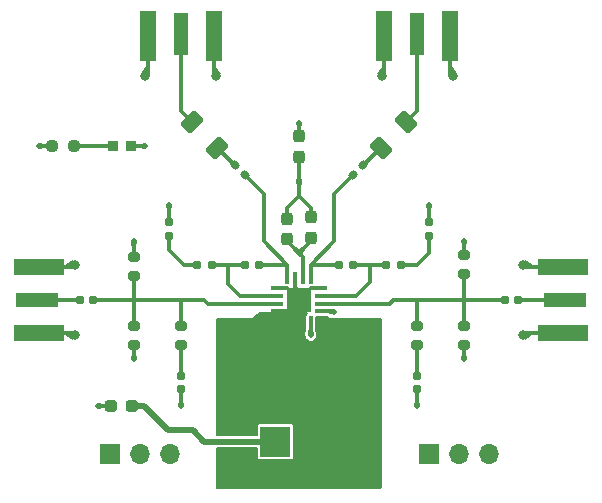
<source format=gbr>
%TF.GenerationSoftware,KiCad,Pcbnew,8.0.2*%
%TF.CreationDate,2025-01-11T01:17:19-03:00*%
%TF.ProjectId,LumiCom_Transmitter,4c756d69-436f-46d5-9f54-72616e736d69,rev?*%
%TF.SameCoordinates,Original*%
%TF.FileFunction,Copper,L1,Top*%
%TF.FilePolarity,Positive*%
%FSLAX46Y46*%
G04 Gerber Fmt 4.6, Leading zero omitted, Abs format (unit mm)*
G04 Created by KiCad (PCBNEW 8.0.2) date 2025-01-11 01:17:19*
%MOMM*%
%LPD*%
G01*
G04 APERTURE LIST*
G04 Aperture macros list*
%AMRoundRect*
0 Rectangle with rounded corners*
0 $1 Rounding radius*
0 $2 $3 $4 $5 $6 $7 $8 $9 X,Y pos of 4 corners*
0 Add a 4 corners polygon primitive as box body*
4,1,4,$2,$3,$4,$5,$6,$7,$8,$9,$2,$3,0*
0 Add four circle primitives for the rounded corners*
1,1,$1+$1,$2,$3*
1,1,$1+$1,$4,$5*
1,1,$1+$1,$6,$7*
1,1,$1+$1,$8,$9*
0 Add four rect primitives between the rounded corners*
20,1,$1+$1,$2,$3,$4,$5,0*
20,1,$1+$1,$4,$5,$6,$7,0*
20,1,$1+$1,$6,$7,$8,$9,0*
20,1,$1+$1,$8,$9,$2,$3,0*%
G04 Aperture macros list end*
%TA.AperFunction,SMDPad,CuDef*%
%ADD10RoundRect,0.155000X-0.040659X-0.259862X0.259862X0.040659X0.040659X0.259862X-0.259862X-0.040659X0*%
%TD*%
%TA.AperFunction,SMDPad,CuDef*%
%ADD11RoundRect,0.160000X-0.197500X-0.160000X0.197500X-0.160000X0.197500X0.160000X-0.197500X0.160000X0*%
%TD*%
%TA.AperFunction,SMDPad,CuDef*%
%ADD12RoundRect,0.155000X0.259862X-0.040659X-0.040659X0.259862X-0.259862X0.040659X0.040659X-0.259862X0*%
%TD*%
%TA.AperFunction,SMDPad,CuDef*%
%ADD13R,3.600000X1.270000*%
%TD*%
%TA.AperFunction,SMDPad,CuDef*%
%ADD14R,4.200000X1.350000*%
%TD*%
%TA.AperFunction,SMDPad,CuDef*%
%ADD15RoundRect,0.200000X-0.275000X0.200000X-0.275000X-0.200000X0.275000X-0.200000X0.275000X0.200000X0*%
%TD*%
%TA.AperFunction,ComponentPad*%
%ADD16R,1.700000X1.700000*%
%TD*%
%TA.AperFunction,ComponentPad*%
%ADD17O,1.700000X1.700000*%
%TD*%
%TA.AperFunction,SMDPad,CuDef*%
%ADD18RoundRect,0.237500X0.250000X0.237500X-0.250000X0.237500X-0.250000X-0.237500X0.250000X-0.237500X0*%
%TD*%
%TA.AperFunction,SMDPad,CuDef*%
%ADD19RoundRect,0.237500X0.237500X-0.300000X0.237500X0.300000X-0.237500X0.300000X-0.237500X-0.300000X0*%
%TD*%
%TA.AperFunction,SMDPad,CuDef*%
%ADD20RoundRect,0.155000X-0.155000X0.212500X-0.155000X-0.212500X0.155000X-0.212500X0.155000X0.212500X0*%
%TD*%
%TA.AperFunction,SMDPad,CuDef*%
%ADD21RoundRect,0.087500X-0.425000X-0.087500X0.425000X-0.087500X0.425000X0.087500X-0.425000X0.087500X0*%
%TD*%
%TA.AperFunction,SMDPad,CuDef*%
%ADD22RoundRect,0.087500X-0.087500X-0.425000X0.087500X-0.425000X0.087500X0.425000X-0.087500X0.425000X0*%
%TD*%
%TA.AperFunction,HeatsinkPad*%
%ADD23C,0.500000*%
%TD*%
%TA.AperFunction,HeatsinkPad*%
%ADD24R,2.100000X2.100000*%
%TD*%
%TA.AperFunction,SMDPad,CuDef*%
%ADD25RoundRect,0.237500X0.287500X0.237500X-0.287500X0.237500X-0.287500X-0.237500X0.287500X-0.237500X0*%
%TD*%
%TA.AperFunction,SMDPad,CuDef*%
%ADD26R,1.270000X3.600000*%
%TD*%
%TA.AperFunction,SMDPad,CuDef*%
%ADD27R,1.350000X4.200000*%
%TD*%
%TA.AperFunction,ComponentPad*%
%ADD28R,2.600000X2.600000*%
%TD*%
%TA.AperFunction,ComponentPad*%
%ADD29C,2.600000*%
%TD*%
%TA.AperFunction,SMDPad,CuDef*%
%ADD30RoundRect,0.160000X0.197500X0.160000X-0.197500X0.160000X-0.197500X-0.160000X0.197500X-0.160000X0*%
%TD*%
%TA.AperFunction,SMDPad,CuDef*%
%ADD31R,0.950000X0.950000*%
%TD*%
%TA.AperFunction,SMDPad,CuDef*%
%ADD32RoundRect,0.155000X-0.212500X-0.155000X0.212500X-0.155000X0.212500X0.155000X-0.212500X0.155000X0*%
%TD*%
%TA.AperFunction,SMDPad,CuDef*%
%ADD33RoundRect,0.155000X0.155000X-0.212500X0.155000X0.212500X-0.155000X0.212500X-0.155000X-0.212500X0*%
%TD*%
%TA.AperFunction,SMDPad,CuDef*%
%ADD34RoundRect,0.155000X0.212500X0.155000X-0.212500X0.155000X-0.212500X-0.155000X0.212500X-0.155000X0*%
%TD*%
%TA.AperFunction,SMDPad,CuDef*%
%ADD35RoundRect,0.250000X0.159099X-0.724784X0.724784X-0.159099X-0.159099X0.724784X-0.724784X0.159099X0*%
%TD*%
%TA.AperFunction,SMDPad,CuDef*%
%ADD36RoundRect,0.237500X-0.237500X0.300000X-0.237500X-0.300000X0.237500X-0.300000X0.237500X0.300000X0*%
%TD*%
%TA.AperFunction,SMDPad,CuDef*%
%ADD37RoundRect,0.250000X0.724784X0.159099X0.159099X0.724784X-0.724784X-0.159099X-0.159099X-0.724784X0*%
%TD*%
%TA.AperFunction,ViaPad*%
%ADD38C,0.500000*%
%TD*%
%TA.AperFunction,ViaPad*%
%ADD39C,0.800000*%
%TD*%
%TA.AperFunction,Conductor*%
%ADD40C,0.349300*%
%TD*%
%TA.AperFunction,Conductor*%
%ADD41C,0.500000*%
%TD*%
G04 APERTURE END LIST*
D10*
%TO.P,C10,1*%
%TO.N,Net-(U1-OUTB)*%
X129598717Y-64401283D03*
%TO.P,C10,2*%
%TO.N,Net-(C10-Pad2)*%
X130401283Y-63598717D03*
%TD*%
D11*
%TO.P,R11,1*%
%TO.N,Net-(U1-INA-)*%
X120402500Y-72000000D03*
%TO.P,R11,2*%
%TO.N,Net-(U1-OUTA)*%
X121597500Y-72000000D03*
%TD*%
D12*
%TO.P,C9,1*%
%TO.N,Net-(U1-OUTA)*%
X120401283Y-64401283D03*
%TO.P,C9,2*%
%TO.N,Net-(C9-Pad2)*%
X119598717Y-63598717D03*
%TD*%
D13*
%TO.P,J2,1,In*%
%TO.N,Net-(J2-In)*%
X147537500Y-75000000D03*
D14*
%TO.P,J2,2,Ext*%
%TO.N,GND*%
X147337500Y-77825000D03*
X147337500Y-72175000D03*
%TD*%
D15*
%TO.P,R3,1*%
%TO.N,Net-(U1-INB+)*%
X135000000Y-77175000D03*
%TO.P,R3,2*%
%TO.N,Net-(C5-Pad2)*%
X135000000Y-78825000D03*
%TD*%
D16*
%TO.P,JP_A1,1,A*%
%TO.N,VCC*%
X136000000Y-88000000D03*
D17*
%TO.P,JP_A1,2,C*%
%TO.N,Net-(JP_A1-C)*%
X138540000Y-88000000D03*
%TO.P,JP_A1,3,B*%
%TO.N,GND*%
X141080000Y-88000000D03*
%TD*%
D18*
%TO.P,R6,1*%
%TO.N,Net-(D1-K)*%
X105912500Y-62000000D03*
%TO.P,R6,2*%
%TO.N,GND*%
X104087500Y-62000000D03*
%TD*%
D11*
%TO.P,R9,1*%
%TO.N,Net-(C8-Pad2)*%
X116402500Y-72000000D03*
%TO.P,R9,2*%
%TO.N,Net-(U1-INA-)*%
X117597500Y-72000000D03*
%TD*%
D19*
%TO.P,C2,1*%
%TO.N,VCC*%
X126000000Y-69725001D03*
%TO.P,C2,2*%
%TO.N,GND*%
X126000000Y-68000001D03*
%TD*%
D20*
%TO.P,C11,1*%
%TO.N,GND*%
X136000000Y-68432500D03*
%TO.P,C11,2*%
%TO.N,Net-(C11-Pad2)*%
X136000000Y-69567500D03*
%TD*%
D15*
%TO.P,R7,1*%
%TO.N,Net-(U1-INA+)*%
X115000000Y-77175000D03*
%TO.P,R7,2*%
%TO.N,Net-(C6-Pad2)*%
X115000000Y-78825000D03*
%TD*%
D21*
%TO.P,U1,1,NC*%
%TO.N,GND*%
X123137500Y-74025000D03*
%TO.P,U1,2,INA-*%
%TO.N,Net-(U1-INA-)*%
X123137500Y-74675000D03*
%TO.P,U1,3,INA+*%
%TO.N,Net-(U1-INA+)*%
X123137500Y-75325000D03*
%TO.P,U1,4,GND*%
%TO.N,GND*%
X123137500Y-75975000D03*
D22*
%TO.P,U1,5,NC*%
X124025000Y-76862500D03*
%TO.P,U1,6,NC*%
X124675000Y-76862500D03*
%TO.P,U1,7,VS-*%
X125325000Y-76862500D03*
%TO.P,U1,8,A0*%
%TO.N,Net-(JP_A0-C)*%
X125975000Y-76862500D03*
D21*
%TO.P,U1,9,A1*%
%TO.N,Net-(JP_A1-C)*%
X126862500Y-75975000D03*
%TO.P,U1,10,INB+*%
%TO.N,Net-(U1-INB+)*%
X126862500Y-75325000D03*
%TO.P,U1,11,INB-*%
%TO.N,Net-(U1-INB-)*%
X126862500Y-74675000D03*
%TO.P,U1,12,NC*%
%TO.N,GND*%
X126862500Y-74025000D03*
D22*
%TO.P,U1,13,OUTB*%
%TO.N,Net-(U1-OUTB)*%
X125975000Y-73137500D03*
%TO.P,U1,14,VS+*%
%TO.N,VCC*%
X125325000Y-73137500D03*
%TO.P,U1,15,NC*%
%TO.N,GND*%
X124675000Y-73137500D03*
%TO.P,U1,16,OUTA*%
%TO.N,Net-(U1-OUTA)*%
X124025000Y-73137500D03*
D23*
%TO.P,U1,17,EPAD*%
%TO.N,GND*%
X124200000Y-74200000D03*
X124200000Y-75000000D03*
X124200000Y-75800000D03*
X125000000Y-74200000D03*
X125000000Y-75000000D03*
D24*
X125000000Y-75000000D03*
D23*
X125000000Y-75800000D03*
X125800000Y-74200000D03*
X125800000Y-75000000D03*
X125800000Y-75800000D03*
%TD*%
D16*
%TO.P,JP_A0,1,A*%
%TO.N,GND*%
X109000000Y-88000000D03*
D17*
%TO.P,JP_A0,2,C*%
%TO.N,Net-(JP_A0-C)*%
X111540000Y-88000000D03*
%TO.P,JP_A0,3,B*%
%TO.N,VCC*%
X114080000Y-88000000D03*
%TD*%
D25*
%TO.P,L1,1*%
%TO.N,Net-(J1-Pin_1)*%
X110875000Y-84000000D03*
%TO.P,L1,2*%
%TO.N,VCC*%
X109125000Y-84000000D03*
%TD*%
D26*
%TO.P,J5,1,In*%
%TO.N,Net-(J5-In)*%
X115000000Y-52462500D03*
D27*
%TO.P,J5,2,Ext*%
%TO.N,GND*%
X117825000Y-52662500D03*
X112175000Y-52662500D03*
%TD*%
D13*
%TO.P,J3,1,In*%
%TO.N,Net-(J3-In)*%
X102800000Y-75000000D03*
D14*
%TO.P,J3,2,Ext*%
%TO.N,GND*%
X103000000Y-72175000D03*
X103000000Y-77825000D03*
%TD*%
D28*
%TO.P,J1,1,Pin_1*%
%TO.N,Net-(J1-Pin_1)*%
X123000000Y-87000000D03*
D29*
%TO.P,J1,2,Pin_2*%
%TO.N,GND*%
X128000000Y-87000000D03*
%TD*%
D30*
%TO.P,R12,1*%
%TO.N,Net-(U1-INB-)*%
X129597500Y-72000000D03*
%TO.P,R12,2*%
%TO.N,Net-(U1-OUTB)*%
X128402500Y-72000000D03*
%TD*%
D31*
%TO.P,D1,1,K*%
%TO.N,Net-(D1-K)*%
X109250000Y-62000000D03*
%TO.P,D1,2,A*%
%TO.N,VCC*%
X110750000Y-62000000D03*
%TD*%
D19*
%TO.P,C7,1*%
%TO.N,VCC*%
X124000000Y-69862500D03*
%TO.P,C7,2*%
%TO.N,GND*%
X124000000Y-68137500D03*
%TD*%
D32*
%TO.P,C4,1*%
%TO.N,Net-(J3-In)*%
X106432500Y-75000000D03*
%TO.P,C4,2*%
%TO.N,Net-(U1-INA+)*%
X107567500Y-75000000D03*
%TD*%
D33*
%TO.P,C6,1*%
%TO.N,GND*%
X115000000Y-82567500D03*
%TO.P,C6,2*%
%TO.N,Net-(C6-Pad2)*%
X115000000Y-81432500D03*
%TD*%
D34*
%TO.P,C3,1*%
%TO.N,Net-(J2-In)*%
X143567500Y-75000000D03*
%TO.P,C3,2*%
%TO.N,Net-(U1-INB+)*%
X142432500Y-75000000D03*
%TD*%
D20*
%TO.P,C8,1*%
%TO.N,GND*%
X114000000Y-68432500D03*
%TO.P,C8,2*%
%TO.N,Net-(C8-Pad2)*%
X114000000Y-69567500D03*
%TD*%
D15*
%TO.P,R5,1*%
%TO.N,Net-(U1-INA+)*%
X111000000Y-77175000D03*
%TO.P,R5,2*%
%TO.N,GND*%
X111000000Y-78825000D03*
%TD*%
D35*
%TO.P,R14,1*%
%TO.N,Net-(C10-Pad2)*%
X131903984Y-62096016D03*
%TO.P,R14,2*%
%TO.N,Net-(J4-In)*%
X134096016Y-59903984D03*
%TD*%
D33*
%TO.P,C5,1*%
%TO.N,GND*%
X135000000Y-82567500D03*
%TO.P,C5,2*%
%TO.N,Net-(C5-Pad2)*%
X135000000Y-81432500D03*
%TD*%
D15*
%TO.P,R1,1*%
%TO.N,VCC*%
X139000000Y-71175000D03*
%TO.P,R1,2*%
%TO.N,Net-(U1-INB+)*%
X139000000Y-72825000D03*
%TD*%
%TO.P,R2,1*%
%TO.N,Net-(U1-INB+)*%
X139000000Y-77175000D03*
%TO.P,R2,2*%
%TO.N,GND*%
X139000000Y-78825000D03*
%TD*%
D36*
%TO.P,C1,1*%
%TO.N,VCC*%
X125000000Y-61137500D03*
%TO.P,C1,2*%
%TO.N,GND*%
X125000000Y-62862500D03*
%TD*%
D30*
%TO.P,R10,1*%
%TO.N,Net-(C11-Pad2)*%
X133597500Y-72000000D03*
%TO.P,R10,2*%
%TO.N,Net-(U1-INB-)*%
X132402500Y-72000000D03*
%TD*%
D15*
%TO.P,R4,1*%
%TO.N,VCC*%
X111000000Y-71350000D03*
%TO.P,R4,2*%
%TO.N,Net-(U1-INA+)*%
X111000000Y-73000000D03*
%TD*%
D37*
%TO.P,R13,1*%
%TO.N,Net-(C9-Pad2)*%
X118096016Y-62096016D03*
%TO.P,R13,2*%
%TO.N,Net-(J5-In)*%
X115903984Y-59903984D03*
%TD*%
D26*
%TO.P,J4,1,In*%
%TO.N,Net-(J4-In)*%
X135000000Y-52462500D03*
D27*
%TO.P,J4,2,Ext*%
%TO.N,GND*%
X137825000Y-52662500D03*
X132175000Y-52662500D03*
%TD*%
D38*
%TO.N,GND*%
X129000000Y-77000000D03*
X129000000Y-79000000D03*
X123000000Y-78000000D03*
X127000000Y-78000000D03*
X126000000Y-79000000D03*
X122000000Y-82000000D03*
X128000000Y-78000000D03*
X121000000Y-79000000D03*
X121000000Y-77000000D03*
X119000000Y-81000000D03*
X119000000Y-78000000D03*
D39*
X106000000Y-78000000D03*
D38*
X121000000Y-82000000D03*
X120000000Y-78000000D03*
X120000000Y-81000000D03*
X124000000Y-81000000D03*
X120000000Y-82000000D03*
X120000000Y-80000000D03*
X111000000Y-80000000D03*
X115000000Y-84000000D03*
X123000000Y-79000000D03*
X123000000Y-77000000D03*
X125000000Y-78000000D03*
X120000000Y-77000000D03*
X119000000Y-79000000D03*
X128000000Y-79000000D03*
X124000000Y-79000000D03*
X128000000Y-81000000D03*
X122000000Y-77000000D03*
X123000000Y-81000000D03*
X131000000Y-78000000D03*
X126000000Y-80000000D03*
X119000000Y-80000000D03*
X130000000Y-80000000D03*
X131000000Y-79000000D03*
X122000000Y-78000000D03*
X124000000Y-80000000D03*
X135000000Y-84000000D03*
X131000000Y-82000000D03*
X129000000Y-78000000D03*
X114000000Y-67000000D03*
X123000000Y-80000000D03*
X130000000Y-79000000D03*
D39*
X132000000Y-56000000D03*
X118000000Y-56000000D03*
D38*
X119000000Y-82000000D03*
X122000000Y-80000000D03*
X136000000Y-67000000D03*
X127000000Y-79000000D03*
X125000000Y-65000000D03*
X129000000Y-82000000D03*
X122000000Y-79000000D03*
D39*
X112000000Y-56000000D03*
D38*
X129000000Y-81000000D03*
X119000000Y-77000000D03*
X128000000Y-77000000D03*
X128000000Y-80000000D03*
X120000000Y-79000000D03*
X126000000Y-81000000D03*
X121000000Y-80000000D03*
X139000000Y-80000000D03*
X121000000Y-78000000D03*
X122000000Y-81000000D03*
X130000000Y-81000000D03*
X127000000Y-81000000D03*
D39*
X144000000Y-78000000D03*
D38*
X128000000Y-82000000D03*
D39*
X144000000Y-72000000D03*
D38*
X131000000Y-80000000D03*
X124000000Y-78000000D03*
D39*
X106000000Y-72000000D03*
D38*
X131000000Y-81000000D03*
X130000000Y-77000000D03*
X129000000Y-80000000D03*
X123000000Y-82000000D03*
D39*
X138000000Y-56000000D03*
D38*
X130000000Y-82000000D03*
X127000000Y-82000000D03*
X103000000Y-62000000D03*
X127000000Y-80000000D03*
X130000000Y-78000000D03*
X131000000Y-77000000D03*
X121000000Y-81000000D03*
%TO.N,VCC*%
X125000000Y-60000000D03*
X112000000Y-62000000D03*
X111000000Y-70000000D03*
X125000000Y-71000000D03*
X108000000Y-84000000D03*
X139000000Y-70000000D03*
%TO.N,Net-(JP_A0-C)*%
X126000000Y-78000000D03*
%TO.N,Net-(JP_A1-C)*%
X128000000Y-76000000D03*
%TD*%
D40*
%TO.N,Net-(U1-INA+)*%
X111000000Y-77175000D02*
X111000000Y-75000000D01*
X111000000Y-75000000D02*
X115000000Y-75000000D01*
X111000000Y-75000000D02*
X111000000Y-73000000D01*
X117000000Y-75000000D02*
X115000000Y-75000000D01*
X123137500Y-75325000D02*
X117325000Y-75325000D01*
X117325000Y-75325000D02*
X117000000Y-75000000D01*
X115000000Y-77175000D02*
X115000000Y-75000000D01*
X107567500Y-75000000D02*
X111000000Y-75000000D01*
%TO.N,GND*%
X123137501Y-75975000D02*
X124025000Y-75975000D01*
X117825000Y-55825000D02*
X118000000Y-56000000D01*
X136000000Y-67000000D02*
X136000000Y-68225000D01*
X124025000Y-74025000D02*
X124200000Y-74200000D01*
X124000000Y-67225000D02*
X125000000Y-66225000D01*
X148337500Y-77825000D02*
X144175000Y-77825000D01*
X125000000Y-66225000D02*
X126000000Y-67225000D01*
X126000000Y-67225000D02*
X126000000Y-68000001D01*
X144175000Y-77825000D02*
X144000000Y-78000000D01*
X115000000Y-84000000D02*
X115000000Y-82567500D01*
X105825000Y-77825000D02*
X106000000Y-78000000D01*
X124000000Y-68137499D02*
X124000000Y-67225000D01*
X132175000Y-52662500D02*
X132175000Y-55825000D01*
X132175000Y-55825000D02*
X132000000Y-56000000D01*
X103000000Y-77825000D02*
X105825000Y-77825000D01*
X125000000Y-65000000D02*
X125000000Y-62862501D01*
X114000000Y-68225000D02*
X114000000Y-67000000D01*
X123137501Y-74025000D02*
X124025000Y-74025000D01*
X148337500Y-72175000D02*
X144175000Y-72175000D01*
X105825000Y-72175000D02*
X106000000Y-72000000D01*
X124025000Y-75975000D02*
X124200000Y-75800000D01*
X125975000Y-74025000D02*
X125800000Y-74200000D01*
X117825000Y-51662500D02*
X117825000Y-55825000D01*
X139000000Y-80000000D02*
X139000000Y-78825000D01*
X124675000Y-73137500D02*
X124675000Y-73875001D01*
X144175000Y-72175000D02*
X144000000Y-72000000D01*
X112175000Y-55825000D02*
X112000000Y-56000000D01*
X104087500Y-62000000D02*
X103000000Y-62000000D01*
X125000000Y-66225000D02*
X125000000Y-65000000D01*
X103000000Y-72175000D02*
X105825000Y-72175000D01*
X137825000Y-55825000D02*
X138000000Y-56000000D01*
X112175000Y-51662500D02*
X112175000Y-55825000D01*
X126862499Y-74025000D02*
X125975000Y-74025000D01*
X124675000Y-73875001D02*
X125000000Y-74200001D01*
X135000000Y-84000000D02*
X135000000Y-82775000D01*
X137825000Y-52662500D02*
X137825000Y-55825000D01*
X111000000Y-80000000D02*
X111000000Y-78825000D01*
%TO.N,Net-(J3-In)*%
X106432500Y-75000000D02*
X102410000Y-75000000D01*
%TO.N,Net-(U1-OUTA)*%
X124025000Y-72025000D02*
X124025000Y-73137501D01*
X124000000Y-72000000D02*
X124025000Y-72025000D01*
X122000000Y-70000000D02*
X124025000Y-72025000D01*
X122000000Y-66000000D02*
X122000000Y-70000000D01*
X120401283Y-64401283D02*
X122000000Y-66000000D01*
X121825000Y-72000000D02*
X124000000Y-72000000D01*
%TO.N,Net-(U1-OUTB)*%
X128000000Y-70000000D02*
X125975000Y-72025000D01*
X126000000Y-72000000D02*
X125975000Y-72025000D01*
X128402500Y-72000000D02*
X126000000Y-72000000D01*
X125975000Y-72025000D02*
X125975000Y-73137501D01*
X129598717Y-64401283D02*
X128000000Y-66000000D01*
X128000000Y-66000000D02*
X128000000Y-70000000D01*
%TO.N,VCC*%
X126000000Y-70000000D02*
X126000000Y-69775000D01*
X125325000Y-73137500D02*
X125325000Y-71325000D01*
X111000000Y-70000000D02*
X111000000Y-71350000D01*
X125000000Y-61137499D02*
X125000000Y-60000000D01*
X109125001Y-84000000D02*
X108000000Y-84000000D01*
X125325000Y-71325000D02*
X125000000Y-71000000D01*
X139000000Y-70000000D02*
X139000000Y-71175000D01*
X112000000Y-62000000D02*
X110750000Y-62000000D01*
X125000000Y-71000000D02*
X124000000Y-70000000D01*
X124000000Y-70000000D02*
X124000000Y-69775000D01*
X125000000Y-71000000D02*
X126000000Y-70000000D01*
%TO.N,Net-(C9-Pad2)*%
X119598717Y-63598717D02*
X118096016Y-62096016D01*
%TO.N,Net-(C10-Pad2)*%
X130401283Y-63598717D02*
X131903984Y-62096016D01*
%TO.N,Net-(U1-INB+)*%
X139000000Y-72825000D02*
X139000000Y-77175000D01*
X135000000Y-77175000D02*
X135000000Y-75000000D01*
X132675000Y-75325000D02*
X133000000Y-75000000D01*
X135000000Y-75000000D02*
X142432500Y-75000000D01*
X133000000Y-75000000D02*
X135000000Y-75000000D01*
X126862500Y-75325000D02*
X132675000Y-75325000D01*
%TO.N,Net-(U1-INA-)*%
X120000000Y-74675000D02*
X119000000Y-73675000D01*
X123137500Y-74675000D02*
X120000000Y-74675000D01*
X119000000Y-73675000D02*
X119000000Y-72000000D01*
X120175000Y-72000000D02*
X117597500Y-72000000D01*
%TO.N,Net-(U1-INB-)*%
X131000000Y-73500000D02*
X129825000Y-74675000D01*
X129825000Y-74675000D02*
X126862500Y-74675000D01*
X131000000Y-72000000D02*
X131000000Y-73500000D01*
X129597500Y-72000000D02*
X132175000Y-72000000D01*
%TO.N,Net-(J4-In)*%
X135000000Y-59000000D02*
X135000000Y-51462501D01*
X134096016Y-59903984D02*
X135000000Y-59000000D01*
%TO.N,Net-(JP_A0-C)*%
X125975000Y-77975000D02*
X125975000Y-76862499D01*
X126000000Y-78000000D02*
X125975000Y-77975000D01*
%TO.N,Net-(C5-Pad2)*%
X135000000Y-81225000D02*
X135000000Y-78825000D01*
%TO.N,Net-(C6-Pad2)*%
X115000000Y-81432500D02*
X115000000Y-78825000D01*
%TO.N,Net-(J2-In)*%
X143567500Y-75000000D02*
X147590000Y-75000000D01*
%TO.N,Net-(J5-In)*%
X115000000Y-59000000D02*
X115000000Y-52300000D01*
X115903984Y-59903984D02*
X115000000Y-59000000D01*
%TO.N,Net-(JP_A1-C)*%
X127975000Y-75975000D02*
X126862499Y-75975000D01*
X128000000Y-76000000D02*
X127975000Y-75975000D01*
D41*
%TO.N,Net-(J1-Pin_1)*%
X116000000Y-86000000D02*
X113918477Y-86000000D01*
X113918477Y-86000000D02*
X111918477Y-84000000D01*
X111918477Y-84000000D02*
X110874999Y-84000000D01*
X117000000Y-87000000D02*
X116000000Y-86000000D01*
X123000000Y-87000000D02*
X117000000Y-87000000D01*
D40*
%TO.N,Net-(D1-K)*%
X109250000Y-62000000D02*
X105912500Y-62000000D01*
%TO.N,Net-(C8-Pad2)*%
X116402500Y-72000000D02*
X115225000Y-72000000D01*
X115225000Y-72000000D02*
X114000000Y-70775000D01*
X114000000Y-70775000D02*
X114000000Y-69567500D01*
%TO.N,Net-(C11-Pad2)*%
X135000000Y-72000000D02*
X133825000Y-72000000D01*
X136000000Y-69775000D02*
X136000000Y-71000000D01*
X136000000Y-71000000D02*
X135000000Y-72000000D01*
%TD*%
%TA.AperFunction,Conductor*%
%TO.N,GND*%
G36*
X136236462Y-66999945D02*
G01*
X136244719Y-67003405D01*
X136248113Y-67011692D01*
X136247982Y-67013389D01*
X136176150Y-67490044D01*
X136171529Y-67497714D01*
X136164581Y-67500000D01*
X135835419Y-67500000D01*
X135827146Y-67496573D01*
X135823850Y-67490044D01*
X135799552Y-67328815D01*
X135752017Y-67013387D01*
X135754172Y-67004697D01*
X135761842Y-67000076D01*
X135763527Y-66999945D01*
X136000000Y-66999000D01*
X136236462Y-66999945D01*
G37*
%TD.AperFunction*%
%TD*%
%TA.AperFunction,Conductor*%
%TO.N,GND*%
G36*
X114236462Y-66999945D02*
G01*
X114244719Y-67003405D01*
X114248113Y-67011692D01*
X114247982Y-67013389D01*
X114176150Y-67490044D01*
X114171529Y-67497714D01*
X114164581Y-67500000D01*
X113835419Y-67500000D01*
X113827146Y-67496573D01*
X113823850Y-67490044D01*
X113799552Y-67328815D01*
X113752017Y-67013387D01*
X113754172Y-67004697D01*
X113761842Y-67000076D01*
X113763527Y-66999945D01*
X114000000Y-66999000D01*
X114236462Y-66999945D01*
G37*
%TD.AperFunction*%
%TD*%
%TA.AperFunction,Conductor*%
%TO.N,VCC*%
G36*
X111236462Y-69999945D02*
G01*
X111244719Y-70003405D01*
X111248113Y-70011692D01*
X111247982Y-70013389D01*
X111176150Y-70490044D01*
X111171529Y-70497714D01*
X111164581Y-70500000D01*
X110835419Y-70500000D01*
X110827146Y-70496573D01*
X110823850Y-70490044D01*
X110799552Y-70328815D01*
X110752017Y-70013387D01*
X110754172Y-70004697D01*
X110761842Y-70000076D01*
X110763527Y-69999945D01*
X111000000Y-69999000D01*
X111236462Y-69999945D01*
G37*
%TD.AperFunction*%
%TD*%
%TA.AperFunction,Conductor*%
%TO.N,GND*%
G36*
X118001381Y-55248526D02*
G01*
X118003076Y-55250673D01*
X118362386Y-55835268D01*
X118363798Y-55844110D01*
X118358544Y-55851362D01*
X118356920Y-55852193D01*
X118002175Y-56000093D01*
X117997644Y-56000994D01*
X117612475Y-56000031D01*
X117604210Y-55996583D01*
X117600804Y-55988302D01*
X117600830Y-55987552D01*
X117610210Y-55846927D01*
X117649622Y-55256020D01*
X117653592Y-55247994D01*
X117661296Y-55245099D01*
X117993108Y-55245099D01*
X118001381Y-55248526D01*
G37*
%TD.AperFunction*%
%TD*%
%TA.AperFunction,Conductor*%
%TO.N,VCC*%
G36*
X124778043Y-70528930D02*
G01*
X125165882Y-70815182D01*
X125170503Y-70822852D01*
X125168348Y-70831544D01*
X125167240Y-70832836D01*
X125000739Y-71000673D01*
X125000673Y-71000739D01*
X124832836Y-71167240D01*
X124824549Y-71170634D01*
X124816290Y-71167174D01*
X124815182Y-71165882D01*
X124528930Y-70778043D01*
X124526775Y-70769351D01*
X124530069Y-70762824D01*
X124762823Y-70530070D01*
X124771095Y-70526644D01*
X124778043Y-70528930D01*
G37*
%TD.AperFunction*%
%TD*%
%TA.AperFunction,Conductor*%
%TO.N,GND*%
G36*
X138001381Y-55248526D02*
G01*
X138003076Y-55250673D01*
X138362386Y-55835268D01*
X138363798Y-55844110D01*
X138358544Y-55851362D01*
X138356920Y-55852193D01*
X138002175Y-56000093D01*
X137997644Y-56000994D01*
X137612475Y-56000031D01*
X137604210Y-55996583D01*
X137600804Y-55988302D01*
X137600830Y-55987552D01*
X137610210Y-55846927D01*
X137649622Y-55256020D01*
X137653592Y-55247994D01*
X137661296Y-55245099D01*
X137993108Y-55245099D01*
X138001381Y-55248526D01*
G37*
%TD.AperFunction*%
%TD*%
%TA.AperFunction,Conductor*%
%TO.N,GND*%
G36*
X105996035Y-77603699D02*
G01*
X106000005Y-77611725D01*
X106000031Y-77612475D01*
X106000994Y-77997644D01*
X106000093Y-78002175D01*
X105852193Y-78356920D01*
X105845846Y-78363238D01*
X105836892Y-78363217D01*
X105835272Y-78362388D01*
X105462222Y-78133100D01*
X105250672Y-78003075D01*
X105245419Y-77995823D01*
X105245099Y-77993107D01*
X105245099Y-77661295D01*
X105248526Y-77653022D01*
X105256018Y-77649621D01*
X105987552Y-77600830D01*
X105996035Y-77603699D01*
G37*
%TD.AperFunction*%
%TD*%
%TA.AperFunction,Conductor*%
%TO.N,GND*%
G36*
X111172854Y-79503427D02*
G01*
X111176150Y-79509956D01*
X111247982Y-79986610D01*
X111245827Y-79995302D01*
X111238157Y-79999923D01*
X111236460Y-80000054D01*
X111000047Y-80000999D01*
X110999953Y-80000999D01*
X110763539Y-80000054D01*
X110755280Y-79996594D01*
X110751886Y-79988307D01*
X110752016Y-79986621D01*
X110823850Y-79509956D01*
X110828471Y-79502286D01*
X110835419Y-79500000D01*
X111164581Y-79500000D01*
X111172854Y-79503427D01*
G37*
%TD.AperFunction*%
%TD*%
%TA.AperFunction,Conductor*%
%TO.N,GND*%
G36*
X144012441Y-77600829D02*
G01*
X144743981Y-77649621D01*
X144752006Y-77653591D01*
X144754901Y-77661295D01*
X144754901Y-77993107D01*
X144751474Y-78001380D01*
X144749327Y-78003075D01*
X144164731Y-78362386D01*
X144155889Y-78363798D01*
X144148637Y-78358544D01*
X144147806Y-78356920D01*
X143999905Y-78002171D01*
X143999005Y-77997648D01*
X143999968Y-77612473D01*
X144003416Y-77604210D01*
X144011697Y-77600804D01*
X144012441Y-77600829D01*
G37*
%TD.AperFunction*%
%TD*%
%TA.AperFunction,Conductor*%
%TO.N,VCC*%
G36*
X108013379Y-83752016D02*
G01*
X108490045Y-83823849D01*
X108497714Y-83828470D01*
X108500000Y-83835418D01*
X108500000Y-84164581D01*
X108496573Y-84172854D01*
X108490044Y-84176150D01*
X108013389Y-84247982D01*
X108004697Y-84245827D01*
X108000076Y-84238157D01*
X107999945Y-84236471D01*
X107999000Y-84000000D01*
X107999945Y-83763536D01*
X108003405Y-83755280D01*
X108011692Y-83751886D01*
X108013379Y-83752016D01*
G37*
%TD.AperFunction*%
%TD*%
%TA.AperFunction,Conductor*%
%TO.N,Net-(JP_A1-C)*%
G36*
X127995745Y-75753877D02*
G01*
X127999991Y-75761761D01*
X128000051Y-75762898D01*
X128000990Y-75997625D01*
X128000083Y-76002189D01*
X127908039Y-76222104D01*
X127901683Y-76228413D01*
X127894911Y-76229052D01*
X127514338Y-76151556D01*
X127506915Y-76146547D01*
X127504973Y-76140091D01*
X127504973Y-75810920D01*
X127508400Y-75802647D01*
X127515487Y-75799280D01*
X127987167Y-75751305D01*
X127995745Y-75753877D01*
G37*
%TD.AperFunction*%
%TD*%
%TA.AperFunction,Conductor*%
%TO.N,GND*%
G36*
X135172854Y-83503427D02*
G01*
X135176150Y-83509956D01*
X135247982Y-83986610D01*
X135245827Y-83995302D01*
X135238157Y-83999923D01*
X135236460Y-84000054D01*
X135000047Y-84000999D01*
X134999953Y-84000999D01*
X134763539Y-84000054D01*
X134755280Y-83996594D01*
X134751886Y-83988307D01*
X134752016Y-83986621D01*
X134823850Y-83509956D01*
X134828471Y-83502286D01*
X134835419Y-83500000D01*
X135164581Y-83500000D01*
X135172854Y-83503427D01*
G37*
%TD.AperFunction*%
%TD*%
%TA.AperFunction,Conductor*%
%TO.N,GND*%
G36*
X105851362Y-71641454D02*
G01*
X105852193Y-71643079D01*
X106000093Y-71997824D01*
X106000994Y-72002355D01*
X106000031Y-72387524D01*
X105996583Y-72395789D01*
X105988302Y-72399195D01*
X105987552Y-72399169D01*
X105256020Y-72350378D01*
X105247994Y-72346408D01*
X105245099Y-72338704D01*
X105245099Y-72006892D01*
X105248526Y-71998619D01*
X105250668Y-71996926D01*
X105835270Y-71637612D01*
X105844110Y-71636201D01*
X105851362Y-71641454D01*
G37*
%TD.AperFunction*%
%TD*%
%TA.AperFunction,Conductor*%
%TO.N,Net-(JP_A0-C)*%
G36*
X126148365Y-77508400D02*
G01*
X126151557Y-77514338D01*
X126229052Y-77894911D01*
X126227345Y-77903702D01*
X126222104Y-77908039D01*
X126002189Y-78000083D01*
X125997625Y-78000990D01*
X125762898Y-78000051D01*
X125754639Y-77996591D01*
X125751245Y-77988304D01*
X125751305Y-77987167D01*
X125799280Y-77515488D01*
X125803526Y-77507605D01*
X125810920Y-77504973D01*
X126140092Y-77504973D01*
X126148365Y-77508400D01*
G37*
%TD.AperFunction*%
%TD*%
%TA.AperFunction,Conductor*%
%TO.N,VCC*%
G36*
X139236462Y-69999945D02*
G01*
X139244719Y-70003405D01*
X139248113Y-70011692D01*
X139247982Y-70013389D01*
X139176150Y-70490044D01*
X139171529Y-70497714D01*
X139164581Y-70500000D01*
X138835419Y-70500000D01*
X138827146Y-70496573D01*
X138823850Y-70490044D01*
X138799552Y-70328815D01*
X138752017Y-70013387D01*
X138754172Y-70004697D01*
X138761842Y-70000076D01*
X138763527Y-69999945D01*
X139000000Y-69999000D01*
X139236462Y-69999945D01*
G37*
%TD.AperFunction*%
%TD*%
%TA.AperFunction,Conductor*%
%TO.N,GND*%
G36*
X144163107Y-71636782D02*
G01*
X144164727Y-71637611D01*
X144173624Y-71643079D01*
X144749327Y-71996924D01*
X144754581Y-72004176D01*
X144754901Y-72006892D01*
X144754901Y-72338704D01*
X144751474Y-72346977D01*
X144743980Y-72350378D01*
X144012447Y-72399169D01*
X144003964Y-72396300D01*
X143999994Y-72388274D01*
X143999968Y-72387549D01*
X143999005Y-72002350D01*
X143999904Y-71997829D01*
X144147807Y-71643077D01*
X144154153Y-71636761D01*
X144163107Y-71636782D01*
G37*
%TD.AperFunction*%
%TD*%
%TA.AperFunction,Conductor*%
%TO.N,GND*%
G36*
X125685383Y-76019685D02*
G01*
X125731138Y-76072489D01*
X125741082Y-76141647D01*
X125712057Y-76205203D01*
X125706025Y-76211681D01*
X125645787Y-76271918D01*
X125645783Y-76271925D01*
X125602293Y-76370417D01*
X125602293Y-76370419D01*
X125599500Y-76394491D01*
X125599500Y-77330498D01*
X125599644Y-77332974D01*
X125599850Y-77340126D01*
X125599850Y-77459754D01*
X125595521Y-77488620D01*
X125596042Y-77488726D01*
X125594836Y-77494688D01*
X125594835Y-77494692D01*
X125594835Y-77494694D01*
X125546860Y-77966373D01*
X125546858Y-77966395D01*
X125546857Y-77966408D01*
X125546092Y-77976310D01*
X125545671Y-77984309D01*
X125545525Y-77984301D01*
X125544867Y-77999770D01*
X125544867Y-78000000D01*
X125563302Y-78128225D01*
X125617117Y-78246061D01*
X125617118Y-78246063D01*
X125701951Y-78343967D01*
X125810931Y-78414004D01*
X125935225Y-78450499D01*
X125935227Y-78450500D01*
X125935228Y-78450500D01*
X126064773Y-78450500D01*
X126064773Y-78450499D01*
X126189069Y-78414004D01*
X126298049Y-78343967D01*
X126382882Y-78246063D01*
X126436697Y-78128226D01*
X126455133Y-78000000D01*
X126436697Y-77871774D01*
X126436695Y-77871770D01*
X126434199Y-77863269D01*
X126434246Y-77863255D01*
X126429109Y-77847469D01*
X126352925Y-77473334D01*
X126352924Y-77473332D01*
X126352643Y-77471950D01*
X126350150Y-77447208D01*
X126350150Y-77340134D01*
X126350357Y-77332969D01*
X126350497Y-77330528D01*
X126350500Y-77330505D01*
X126350499Y-76474498D01*
X126370183Y-76407460D01*
X126422987Y-76361705D01*
X126474494Y-76350499D01*
X127291093Y-76350499D01*
X127349881Y-76365321D01*
X127600000Y-76500000D01*
X131876000Y-76500000D01*
X131943039Y-76519685D01*
X131988794Y-76572489D01*
X132000000Y-76624000D01*
X132000000Y-90876000D01*
X131980315Y-90943039D01*
X131927511Y-90988794D01*
X131876000Y-91000000D01*
X118124000Y-91000000D01*
X118056961Y-90980315D01*
X118011206Y-90927511D01*
X118000000Y-90876000D01*
X118000000Y-87574500D01*
X118019685Y-87507461D01*
X118072489Y-87461706D01*
X118124000Y-87450500D01*
X121375500Y-87450500D01*
X121442539Y-87470185D01*
X121488294Y-87522989D01*
X121499500Y-87574500D01*
X121499500Y-88319752D01*
X121511131Y-88378229D01*
X121511132Y-88378230D01*
X121555447Y-88444552D01*
X121621769Y-88488867D01*
X121621770Y-88488868D01*
X121680247Y-88500499D01*
X121680250Y-88500500D01*
X121680252Y-88500500D01*
X124319750Y-88500500D01*
X124319751Y-88500499D01*
X124334568Y-88497552D01*
X124378229Y-88488868D01*
X124378229Y-88488867D01*
X124378231Y-88488867D01*
X124444552Y-88444552D01*
X124488867Y-88378231D01*
X124488867Y-88378229D01*
X124488868Y-88378229D01*
X124500499Y-88319752D01*
X124500500Y-88319750D01*
X124500500Y-85680249D01*
X124500499Y-85680247D01*
X124488868Y-85621770D01*
X124488867Y-85621769D01*
X124444552Y-85555447D01*
X124378230Y-85511132D01*
X124378229Y-85511131D01*
X124319752Y-85499500D01*
X124319748Y-85499500D01*
X121680252Y-85499500D01*
X121680247Y-85499500D01*
X121621770Y-85511131D01*
X121621769Y-85511132D01*
X121555447Y-85555447D01*
X121511132Y-85621769D01*
X121511131Y-85621770D01*
X121499500Y-85680247D01*
X121499500Y-86425500D01*
X121479815Y-86492539D01*
X121427011Y-86538294D01*
X121375500Y-86549500D01*
X118124000Y-86549500D01*
X118056961Y-86529815D01*
X118011206Y-86477011D01*
X118000000Y-86425500D01*
X118000000Y-76624000D01*
X118019685Y-76556961D01*
X118072489Y-76511206D01*
X118124000Y-76500000D01*
X120999999Y-76500000D01*
X121000000Y-76500000D01*
X121421138Y-76205203D01*
X121682264Y-76022415D01*
X121748473Y-76000097D01*
X121753373Y-76000000D01*
X125618344Y-76000000D01*
X125685383Y-76019685D01*
G37*
%TD.AperFunction*%
%TD*%
%TA.AperFunction,Conductor*%
%TO.N,VCC*%
G36*
X125237177Y-70530071D02*
G01*
X125469928Y-70762822D01*
X125473355Y-70771095D01*
X125471069Y-70778043D01*
X125184817Y-71165882D01*
X125177147Y-71170503D01*
X125168455Y-71168348D01*
X125167163Y-71167240D01*
X125165794Y-71165882D01*
X125107543Y-71108095D01*
X124999326Y-71000739D01*
X124999260Y-71000673D01*
X124832759Y-70832836D01*
X124829365Y-70824549D01*
X124832825Y-70816290D01*
X124834113Y-70815185D01*
X125221956Y-70528929D01*
X125230648Y-70526775D01*
X125237177Y-70530071D01*
G37*
%TD.AperFunction*%
%TD*%
%TA.AperFunction,Conductor*%
%TO.N,GND*%
G36*
X115172854Y-83503427D02*
G01*
X115176150Y-83509956D01*
X115247982Y-83986610D01*
X115245827Y-83995302D01*
X115238157Y-83999923D01*
X115236460Y-84000054D01*
X115000047Y-84000999D01*
X114999953Y-84000999D01*
X114763539Y-84000054D01*
X114755280Y-83996594D01*
X114751886Y-83988307D01*
X114752016Y-83986621D01*
X114823850Y-83509956D01*
X114828471Y-83502286D01*
X114835419Y-83500000D01*
X115164581Y-83500000D01*
X115172854Y-83503427D01*
G37*
%TD.AperFunction*%
%TD*%
%TA.AperFunction,Conductor*%
%TO.N,GND*%
G36*
X139172854Y-79503427D02*
G01*
X139176150Y-79509956D01*
X139247982Y-79986610D01*
X139245827Y-79995302D01*
X139238157Y-79999923D01*
X139236460Y-80000054D01*
X139000047Y-80000999D01*
X138999953Y-80000999D01*
X138763539Y-80000054D01*
X138755280Y-79996594D01*
X138751886Y-79988307D01*
X138752016Y-79986621D01*
X138823850Y-79509956D01*
X138828471Y-79502286D01*
X138835419Y-79500000D01*
X139164581Y-79500000D01*
X139172854Y-79503427D01*
G37*
%TD.AperFunction*%
%TD*%
%TA.AperFunction,Conductor*%
%TO.N,GND*%
G36*
X132346977Y-55248526D02*
G01*
X132350378Y-55256020D01*
X132399169Y-55987552D01*
X132396300Y-55996035D01*
X132388274Y-56000005D01*
X132387524Y-56000031D01*
X132002355Y-56000994D01*
X131997824Y-56000093D01*
X131643079Y-55852193D01*
X131636761Y-55845846D01*
X131636782Y-55836892D01*
X131637605Y-55835282D01*
X131996925Y-55250671D01*
X132004176Y-55245419D01*
X132006892Y-55245099D01*
X132338704Y-55245099D01*
X132346977Y-55248526D01*
G37*
%TD.AperFunction*%
%TD*%
%TA.AperFunction,Conductor*%
%TO.N,GND*%
G36*
X103013379Y-61752016D02*
G01*
X103490045Y-61823849D01*
X103497714Y-61828470D01*
X103500000Y-61835418D01*
X103500000Y-62164581D01*
X103496573Y-62172854D01*
X103490044Y-62176150D01*
X103013389Y-62247982D01*
X103004697Y-62245827D01*
X103000076Y-62238157D01*
X102999945Y-62236471D01*
X102999000Y-62000000D01*
X102999945Y-61763536D01*
X103003405Y-61755280D01*
X103011692Y-61751886D01*
X103013379Y-61752016D01*
G37*
%TD.AperFunction*%
%TD*%
%TA.AperFunction,Conductor*%
%TO.N,GND*%
G36*
X112346977Y-55248526D02*
G01*
X112350378Y-55256020D01*
X112399169Y-55987552D01*
X112396300Y-55996035D01*
X112388274Y-56000005D01*
X112387524Y-56000031D01*
X112002355Y-56000994D01*
X111997824Y-56000093D01*
X111643079Y-55852193D01*
X111636761Y-55845846D01*
X111636782Y-55836892D01*
X111637605Y-55835282D01*
X111996925Y-55250671D01*
X112004176Y-55245419D01*
X112006892Y-55245099D01*
X112338704Y-55245099D01*
X112346977Y-55248526D01*
G37*
%TD.AperFunction*%
%TD*%
%TA.AperFunction,Conductor*%
%TO.N,VCC*%
G36*
X125236462Y-59999945D02*
G01*
X125244719Y-60003405D01*
X125248113Y-60011692D01*
X125247982Y-60013389D01*
X125176150Y-60490044D01*
X125171529Y-60497714D01*
X125164581Y-60500000D01*
X124835419Y-60500000D01*
X124827146Y-60496573D01*
X124823850Y-60490044D01*
X124799552Y-60328815D01*
X124752017Y-60013387D01*
X124754172Y-60004697D01*
X124761842Y-60000076D01*
X124763527Y-59999945D01*
X125000000Y-59999000D01*
X125236462Y-59999945D01*
G37*
%TD.AperFunction*%
%TD*%
%TA.AperFunction,Conductor*%
%TO.N,VCC*%
G36*
X125230503Y-70908223D02*
G01*
X125236095Y-70913125D01*
X125489399Y-71347791D01*
X125490603Y-71356664D01*
X125485181Y-71363791D01*
X125479290Y-71365382D01*
X125153339Y-71365382D01*
X125147729Y-71363950D01*
X124913535Y-71235999D01*
X124907918Y-71229025D01*
X124908328Y-71221271D01*
X124998139Y-71003511D01*
X125004458Y-70997172D01*
X125221550Y-70908190D01*
X125230503Y-70908223D01*
G37*
%TD.AperFunction*%
%TD*%
%TA.AperFunction,Conductor*%
%TO.N,GND*%
G36*
X125236462Y-64999945D02*
G01*
X125244719Y-65003405D01*
X125248113Y-65011692D01*
X125247982Y-65013389D01*
X125176150Y-65490044D01*
X125171529Y-65497714D01*
X125164581Y-65500000D01*
X124835419Y-65500000D01*
X124827146Y-65496573D01*
X124823850Y-65490044D01*
X124799552Y-65328815D01*
X124752017Y-65013387D01*
X124754172Y-65004697D01*
X124761842Y-65000076D01*
X124763527Y-64999945D01*
X125000000Y-64999000D01*
X125236462Y-64999945D01*
G37*
%TD.AperFunction*%
%TD*%
%TA.AperFunction,Conductor*%
%TO.N,GND*%
G36*
X125172854Y-64503427D02*
G01*
X125176150Y-64509956D01*
X125247982Y-64986610D01*
X125245827Y-64995302D01*
X125238157Y-64999923D01*
X125236460Y-65000054D01*
X125000047Y-65000999D01*
X124999953Y-65000999D01*
X124763539Y-65000054D01*
X124755280Y-64996594D01*
X124751886Y-64988307D01*
X124752016Y-64986621D01*
X124823850Y-64509956D01*
X124828471Y-64502286D01*
X124835419Y-64500000D01*
X125164581Y-64500000D01*
X125172854Y-64503427D01*
G37*
%TD.AperFunction*%
%TD*%
%TA.AperFunction,Conductor*%
%TO.N,VCC*%
G36*
X111995302Y-61754172D02*
G01*
X111999923Y-61761842D01*
X112000054Y-61763539D01*
X112001000Y-62000000D01*
X112001000Y-62000094D01*
X112000054Y-62236460D01*
X111996594Y-62244719D01*
X111988307Y-62248113D01*
X111986610Y-62247982D01*
X111509956Y-62176150D01*
X111502286Y-62171529D01*
X111500000Y-62164581D01*
X111500000Y-61835418D01*
X111503427Y-61827145D01*
X111509954Y-61823849D01*
X111986612Y-61752017D01*
X111995302Y-61754172D01*
G37*
%TD.AperFunction*%
%TD*%
M02*

</source>
